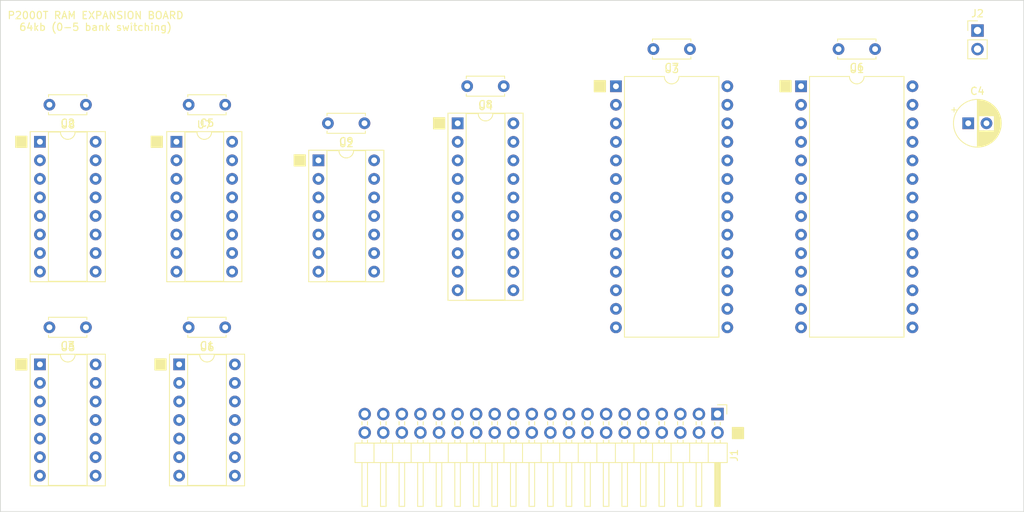
<source format=kicad_pcb>
(kicad_pcb (version 20211014) (generator pcbnew)
  (layers (0 "F.Cu" signal) (31 "B.Cu" signal) (34 "B.Paste" user) (35 "F.Paste" user) (36 "B.SilkS" user "B.Silkscreen") (37 "F.SilkS" user "F.Silkscreen") (38 "B.Mask" user) (39 "F.Mask" user) (44 "Edge.Cuts" user))
  (net 0 "")
  (net 1 "A14_1")
  (net 3 "D0")
  (net 4 "D1")
  (net 5 "D2")
  (net 6 "D3")
  (net 7 "D4")
  (net 8 "D5")
  (net 9 "D6")
  (net 10 "D7")
  (net 11 "A0")
  (net 12 "A1")
  (net 13 "A2")
  (net 14 "A3")
  (net 15 "A4")
  (net 16 "A5")
  (net 17 "A6")
  (net 18 "A7")
  (net 19 "A8")
  (net 20 "A9")
  (net 21 "A10")
  (net 22 "A11")
  (net 23 "A12")
  (net 24 "A13")
  (net 25 "A14")
  (net 26 "RAMS2")
  (net 27 "~{MRQ}")
  (net 28 "~{RD}")
  (net 30 "~{WR}")
  (net 31 "~{IORQ}")
  (net 34 "~{RES}")
  (net 41 "A13_1")
  (net 42 "A14_2")
  (net 43 "~{CS2}")
  (net 44 "GND")
  (net 45 "A13_2")
  (net 46 "S1")
  (net 47 "Net-(U4-Pad19)")
  (net 48 "S2")
  (net 50 "+5V")
  (net 51 "WR")
  (net 52 "RES")
  (net 53 "Net-(U2-Pad12)")
  (net 54 "~{CS1}")
  (net 55 "~{REN}")
  (net 56 "Net-(U6-Pad8)")
  (net 57 "Net-(U5-Pad3)")
  (net 58 "Net-(U5-Pad6)")
  (net 59 "Net-(U5-Pad8)")
  (net 60 "Net-(U5-Pad11)")
  (net 61 "Net-(U5-Pad12)")
  (net 62 "S0")
  (footprint "Capacitor_THT:C_Disc_D5.0mm_W2.5mm_P5.00mm" (layer "F.Cu") (at 50.76 64.77 180)
    (fp_text reference "C1" (at 2.5 -2.5) (layer "F.SilkS"))
    (fp_text value "0.1uF")
    (pad "1" thru_hole circle (at 0 0 180) (size 1.6 1.6) (drill 0.8) (layers *.Cu *.Mask) (net 50 "+5V"))
    (pad "2" thru_hole circle (at 5 0 180) (size 1.6 1.6) (drill 0.8) (layers *.Cu *.Mask) (net 44 "GND"))
  )
  (footprint "Package_DIP:DIP-20_W7.62mm_Socket" (layer "F.Cu") (at 82.56 36.835)
    (fp_text reference "U4" (at 3.81 -2.33) (layer "F.SilkS"))
    (fp_text value "74HC688")
    (pad "1" thru_hole rect (at 0 0) (size 1.6 1.6) (drill 0.8) (layers *.Cu *.Mask) (net 44 "GND"))
    (pad "2" thru_hole oval (at 0 2.54) (size 1.6 1.6) (drill 0.8) (layers *.Cu *.Mask) (net 11 "A0"))
    (pad "3" thru_hole oval (at 0 5.08) (size 1.6 1.6) (drill 0.8) (layers *.Cu *.Mask) (net 44 "GND"))
    (pad "4" thru_hole oval (at 0 7.62) (size 1.6 1.6) (drill 0.8) (layers *.Cu *.Mask) (net 12 "A1"))
    (pad "5" thru_hole oval (at 0 10.16) (size 1.6 1.6) (drill 0.8) (layers *.Cu *.Mask) (net 44 "GND"))
    (pad "6" thru_hole oval (at 0 12.7) (size 1.6 1.6) (drill 0.8) (layers *.Cu *.Mask) (net 13 "A2"))
    (pad "7" thru_hole oval (at 0 15.24) (size 1.6 1.6) (drill 0.8) (layers *.Cu *.Mask) (net 50 "+5V"))
    (pad "8" thru_hole oval (at 0 17.78) (size 1.6 1.6) (drill 0.8) (layers *.Cu *.Mask) (net 14 "A3"))
    (pad "9" thru_hole oval (at 0 20.32) (size 1.6 1.6) (drill 0.8) (layers *.Cu *.Mask) (net 44 "GND"))
    (pad "10" thru_hole oval (at 0 22.86) (size 1.6 1.6) (drill 0.8) (layers *.Cu *.Mask) (net 44 "GND"))
    (pad "11" thru_hole oval (at 7.62 22.86) (size 1.6 1.6) (drill 0.8) (layers *.Cu *.Mask) (net 15 "A4"))
    (pad "12" thru_hole oval (at 7.62 20.32) (size 1.6 1.6) (drill 0.8) (layers *.Cu *.Mask) (net 50 "+5V"))
    (pad "13" thru_hole oval (at 7.62 17.78) (size 1.6 1.6) (drill 0.8) (layers *.Cu *.Mask) (net 16 "A5"))
    (pad "14" thru_hole oval (at 7.62 15.24) (size 1.6 1.6) (drill 0.8) (layers *.Cu *.Mask) (net 44 "GND"))
    (pad "15" thru_hole oval (at 7.62 12.7) (size 1.6 1.6) (drill 0.8) (layers *.Cu *.Mask) (net 17 "A6"))
    (pad "16" thru_hole oval (at 7.62 10.16) (size 1.6 1.6) (drill 0.8) (layers *.Cu *.Mask) (net 44 "GND"))
    (pad "17" thru_hole oval (at 7.62 7.62) (size 1.6 1.6) (drill 0.8) (layers *.Cu *.Mask) (net 18 "A7"))
    (pad "18" thru_hole oval (at 7.62 5.08) (size 1.6 1.6) (drill 0.8) (layers *.Cu *.Mask) (net 50 "+5V"))
    (pad "19" thru_hole oval (at 7.62 2.54) (size 1.6 1.6) (drill 0.8) (layers *.Cu *.Mask) (net 47 "Net-(U4-Pad19)"))
    (pad "20" thru_hole oval (at 7.62 0) (size 1.6 1.6) (drill 0.8) (layers *.Cu *.Mask) (net 50 "+5V"))
  )
  (footprint "Capacitor_THT:C_Disc_D5.0mm_W2.5mm_P5.00mm" (layer "F.Cu") (at 69.81 36.83 180)
    (fp_text reference "C9" (at 2.5 -2.5) (layer "F.SilkS"))
    (fp_text value "0.1uF")
    (pad "1" thru_hole circle (at 0 0 180) (size 1.6 1.6) (drill 0.8) (layers *.Cu *.Mask) (net 50 "+5V"))
    (pad "2" thru_hole circle (at 5 0 180) (size 1.6 1.6) (drill 0.8) (layers *.Cu *.Mask) (net 44 "GND"))
  )
  (footprint "Capacitor_THT:C_Disc_D5.0mm_W2.5mm_P5.00mm" (layer "F.Cu") (at 50.76 34.29 180)
    (fp_text reference "C5" (at 2.5 -2.5) (layer "F.SilkS"))
    (fp_text value "0.1uF")
    (pad "1" thru_hole circle (at 0 0 180) (size 1.6 1.6) (drill 0.8) (layers *.Cu *.Mask) (net 50 "+5V"))
    (pad "2" thru_hole circle (at 5 0 180) (size 1.6 1.6) (drill 0.8) (layers *.Cu *.Mask) (net 44 "GND"))
  )
  (footprint "Capacitor_THT:C_Disc_D5.0mm_W2.5mm_P5.00mm" (layer "F.Cu") (at 139.66 26.67 180)
    (fp_text reference "C6" (at 2.5 -2.5) (layer "F.SilkS"))
    (fp_text value "0.1uF")
    (pad "1" thru_hole circle (at 0 0 180) (size 1.6 1.6) (drill 0.8) (layers *.Cu *.Mask) (net 50 "+5V"))
    (pad "2" thru_hole circle (at 5 0 180) (size 1.6 1.6) (drill 0.8) (layers *.Cu *.Mask) (net 44 "GND"))
  )
  (footprint "Capacitor_THT:C_Disc_D5.0mm_W2.5mm_P5.00mm" (layer "F.Cu") (at 114.334 26.67 180)
    (fp_text reference "C7" (at 2.5 -2.5) (layer "F.SilkS"))
    (fp_text value "0.1uF")
    (pad "1" thru_hole circle (at 0 0 180) (size 1.6 1.6) (drill 0.8) (layers *.Cu *.Mask) (net 50 "+5V"))
    (pad "2" thru_hole circle (at 5 0 180) (size 1.6 1.6) (drill 0.8) (layers *.Cu *.Mask) (net 44 "GND"))
  )
  (footprint "Package_DIP:DIP-16_W7.62mm_Socket" (layer "F.Cu") (at 25.41 39.36)
    (fp_text reference "U8" (at 3.81 -2.33) (layer "F.SilkS"))
    (fp_text value "74LHC157")
    (pad "1" thru_hole rect (at 0 0) (size 1.6 1.6) (drill 0.8) (layers *.Cu *.Mask) (net 25 "A14"))
    (pad "2" thru_hole oval (at 0 2.54) (size 1.6 1.6) (drill 0.8) (layers *.Cu *.Mask) (net 24 "A13"))
    (pad "3" thru_hole oval (at 0 5.08) (size 1.6 1.6) (drill 0.8) (layers *.Cu *.Mask) (net 62 "S0"))
    (pad "4" thru_hole oval (at 0 7.62) (size 1.6 1.6) (drill 0.8) (layers *.Cu *.Mask) (net 41 "A13_1"))
    (pad "5" thru_hole oval (at 0 10.16) (size 1.6 1.6) (drill 0.8) (layers *.Cu *.Mask) (net 44 "GND"))
    (pad "6" thru_hole oval (at 0 12.7) (size 1.6 1.6) (drill 0.8) (layers *.Cu *.Mask) (net 50 "+5V"))
    (pad "7" thru_hole oval (at 0 15.24) (size 1.6 1.6) (drill 0.8) (layers *.Cu *.Mask) (net 1 "A14_1"))
    (pad "8" thru_hole oval (at 0 17.78) (size 1.6 1.6) (drill 0.8) (layers *.Cu *.Mask) (net 44 "GND"))
    (pad "9" thru_hole oval (at 7.62 17.78) (size 1.6 1.6) (drill 0.8) (layers *.Cu *.Mask) (net 45 "A13_2"))
    (pad "10" thru_hole oval (at 7.62 15.24) (size 1.6 1.6) (drill 0.8) (layers *.Cu *.Mask) (net 62 "S0"))
    (pad "11" thru_hole oval (at 7.62 12.7) (size 1.6 1.6) (drill 0.8) (layers *.Cu *.Mask) (net 62 "S0"))
    (pad "12" thru_hole oval (at 7.62 10.16) (size 1.6 1.6) (drill 0.8) (layers *.Cu *.Mask) (net 42 "A14_2"))
    (pad "13" thru_hole oval (at 7.62 7.62) (size 1.6 1.6) (drill 0.8) (layers *.Cu *.Mask) (net 48 "S2"))
    (pad "14" thru_hole oval (at 7.62 5.08) (size 1.6 1.6) (drill 0.8) (layers *.Cu *.Mask) (net 48 "S2"))
    (pad "15" thru_hole oval (at 7.62 2.54) (size 1.6 1.6) (drill 0.8) (layers *.Cu *.Mask) (net 44 "GND"))
    (pad "16" thru_hole oval (at 7.62 0) (size 1.6 1.6) (drill 0.8) (layers *.Cu *.Mask) (net 50 "+5V"))
  )
  (footprint "Capacitor_THT:CP_Radial_D6.3mm_P2.50mm" (layer "F.Cu") (at 152.4 36.83)
    (fp_text reference "C4" (at 1.25 -4.4) (layer "F.SilkS"))
    (fp_text value "220uF")
    (pad "1" thru_hole rect (at 0 0) (size 1.6 1.6) (drill 0.8) (layers *.Cu *.Mask) (net 50 "+5V"))
    (pad "2" thru_hole circle (at 2.5 0) (size 1.6 1.6) (drill 0.8) (layers *.Cu *.Mask) (net 44 "GND"))
  )
  (footprint "Capacitor_THT:C_Disc_D5.0mm_W2.5mm_P5.00mm" (layer "F.Cu") (at 31.71 64.77 180)
    (fp_text reference "C3" (at 2.5 -2.5) (layer "F.SilkS"))
    (fp_text value "0.1uF")
    (pad "1" thru_hole circle (at 0 0 180) (size 1.6 1.6) (drill 0.8) (layers *.Cu *.Mask) (net 50 "+5V"))
    (pad "2" thru_hole circle (at 5 0 180) (size 1.6 1.6) (drill 0.8) (layers *.Cu *.Mask) (net 44 "GND"))
  )
  (footprint "Capacitor_THT:C_Disc_D5.0mm_W2.5mm_P5.00mm" (layer "F.Cu") (at 31.71 34.29 180)
    (fp_text reference "C2" (at 2.5 -2.5) (layer "F.SilkS"))
    (fp_text value "0.1uF")
    (pad "1" thru_hole circle (at 0 0 180) (size 1.6 1.6) (drill 0.8) (layers *.Cu *.Mask) (net 50 "+5V"))
    (pad "2" thru_hole circle (at 5 0 180) (size 1.6 1.6) (drill 0.8) (layers *.Cu *.Mask) (net 44 "GND"))
  )
  (footprint "Package_DIP:DIP-28_W15.24mm" (layer "F.Cu") (at 104.209 31.76)
    (fp_text reference "U3" (at 7.62 -2.33) (layer "F.SilkS"))
    (fp_text value "CY62256-70PC")
    (pad "1" thru_hole rect (at 0 0) (size 1.6 1.6) (drill 0.8) (layers *.Cu *.Mask) (net 42 "A14_2"))
    (pad "2" thru_hole oval (at 0 2.54) (size 1.6 1.6) (drill 0.8) (layers *.Cu *.Mask) (net 23 "A12"))
    (pad "3" thru_hole oval (at 0 5.08) (size 1.6 1.6) (drill 0.8) (layers *.Cu *.Mask) (net 18 "A7"))
    (pad "4" thru_hole oval (at 0 7.62) (size 1.6 1.6) (drill 0.8) (layers *.Cu *.Mask) (net 17 "A6"))
    (pad "5" thru_hole oval (at 0 10.16) (size 1.6 1.6) (drill 0.8) (layers *.Cu *.Mask) (net 16 "A5"))
    (pad "6" thru_hole oval (at 0 12.7) (size 1.6 1.6) (drill 0.8) (layers *.Cu *.Mask) (net 15 "A4"))
    (pad "7" thru_hole oval (at 0 15.24) (size 1.6 1.6) (drill 0.8) (layers *.Cu *.Mask) (net 14 "A3"))
    (pad "8" thru_hole oval (at 0 17.78) (size 1.6 1.6) (drill 0.8) (layers *.Cu *.Mask) (net 13 "A2"))
    (pad "9" thru_hole oval (at 0 20.32) (size 1.6 1.6) (drill 0.8) (layers *.Cu *.Mask) (net 12 "A1"))
    (pad "10" thru_hole oval (at 0 22.86) (size 1.6 1.6) (drill 0.8) (layers *.Cu *.Mask) (net 11 "A0"))
    (pad "11" thru_hole oval (at 0 25.4) (size 1.6 1.6) (drill 0.8) (layers *.Cu *.Mask) (net 3 "D0"))
    (pad "12" thru_hole oval (at 0 27.94) (size 1.6 1.6) (drill 0.8) (layers *.Cu *.Mask) (net 4 "D1"))
    (pad "13" thru_hole oval (at 0 30.48) (size 1.6 1.6) (drill 0.8) (layers *.Cu *.Mask) (net 5 "D2"))
    (pad "14" thru_hole oval (at 0 33.02) (size 1.6 1.6) (drill 0.8) (layers *.Cu *.Mask) (net 44 "GND"))
    (pad "15" thru_hole oval (at 15.24 33.02) (size 1.6 1.6) (drill 0.8) (layers *.Cu *.Mask) (net 6 "D3"))
    (pad "16" thru_hole oval (at 15.24 30.48) (size 1.6 1.6) (drill 0.8) (layers *.Cu *.Mask) (net 7 "D4"))
    (pad "17" thru_hole oval (at 15.24 27.94) (size 1.6 1.6) (drill 0.8) (layers *.Cu *.Mask) (net 8 "D5"))
    (pad "18" thru_hole oval (at 15.24 25.4) (size 1.6 1.6) (drill 0.8) (layers *.Cu *.Mask) (net 9 "D6"))
    (pad "19" thru_hole oval (at 15.24 22.86) (size 1.6 1.6) (drill 0.8) (layers *.Cu *.Mask) (net 10 "D7"))
    (pad "20" thru_hole oval (at 15.24 20.32) (size 1.6 1.6) (drill 0.8) (layers *.Cu *.Mask) (net 43 "~{CS2}"))
    (pad "21" thru_hole oval (at 15.24 17.78) (size 1.6 1.6) (drill 0.8) (layers *.Cu *.Mask) (net 21 "A10"))
    (pad "22" thru_hole oval (at 15.24 15.24) (size 1.6 1.6) (drill 0.8) (layers *.Cu *.Mask) (net 28 "~{RD}"))
    (pad "23" thru_hole oval (at 15.24 12.7) (size 1.6 1.6) (drill 0.8) (layers *.Cu *.Mask) (net 22 "A11"))
    (pad "24" thru_hole oval (at 15.24 10.16) (size 1.6 1.6) (drill 0.8) (layers *.Cu *.Mask) (net 20 "A9"))
    (pad "25" thru_hole oval (at 15.24 7.62) (size 1.6 1.6) (drill 0.8) (layers *.Cu *.Mask) (net 19 "A8"))
    (pad "26" thru_hole oval (at 15.24 5.08) (size 1.6 1.6) (drill 0.8) (layers *.Cu *.Mask) (net 45 "A13_2"))
    (pad "27" thru_hole oval (at 15.24 2.54) (size 1.6 1.6) (drill 0.8) (layers *.Cu *.Mask) (net 30 "~{WR}"))
    (pad "28" thru_hole oval (at 15.24 0) (size 1.6 1.6) (drill 0.8) (layers *.Cu *.Mask) (net 50 "+5V"))
  )
  (footprint "Connector_PinHeader_2.54mm:PinHeader_1x02_P2.54mm_Vertical" (layer "F.Cu") (at 153.67 24.13)
    (fp_text reference "J2" (at 0 -2.33) (layer "F.SilkS"))
    (fp_text value "POWER")
    (pad "1" thru_hole rect (at 0 0) (size 1.7 1.7) (drill 1) (layers *.Cu *.Mask) (net 44 "GND"))
    (pad "2" thru_hole oval (at 0 2.54) (size 1.7 1.7) (drill 1) (layers *.Cu *.Mask) (net 50 "+5V"))
  )
  (footprint "Package_DIP:DIP-14_W7.62mm_Socket" (layer "F.Cu") (at 44.46 69.845)
    (fp_text reference "U6" (at 3.81 -2.33) (layer "F.SilkS"))
    (fp_text value "74HC32")
    (pad "1" thru_hole rect (at 0 0) (size 1.6 1.6) (drill 0.8) (layers *.Cu *.Mask) (net 57 "Net-(U5-Pad3)"))
    (pad "2" thru_hole oval (at 0 2.54) (size 1.6 1.6) (drill 0.8) (layers *.Cu *.Mask) (net 55 "~{REN}"))
    (pad "3" thru_hole oval (at 0 5.08) (size 1.6 1.6) (drill 0.8) (layers *.Cu *.Mask) (net 43 "~{CS2}"))
    (pad "4" thru_hole oval (at 0 7.62) (size 1.6 1.6) (drill 0.8) (layers *.Cu *.Mask) (net 58 "Net-(U5-Pad6)"))
    (pad "5" thru_hole oval (at 0 10.16) (size 1.6 1.6) (drill 0.8) (layers *.Cu *.Mask) (net 59 "Net-(U5-Pad8)"))
    (pad "6" thru_hole oval (at 0 12.7) (size 1.6 1.6) (drill 0.8) (layers *.Cu *.Mask) (net 61 "Net-(U5-Pad12)"))
    (pad "7" thru_hole oval (at 0 15.24) (size 1.6 1.6) (drill 0.8) (layers *.Cu *.Mask) (net 44 "GND"))
    (pad "8" thru_hole oval (at 7.62 15.24) (size 1.6 1.6) (drill 0.8) (layers *.Cu *.Mask) (net 56 "Net-(U6-Pad8)"))
    (pad "9" thru_hole oval (at 7.62 12.7) (size 1.6 1.6) (drill 0.8) (layers *.Cu *.Mask) (net 46 "S1"))
    (pad "10" thru_hole oval (at 7.62 10.16) (size 1.6 1.6) (drill 0.8) (layers *.Cu *.Mask) (net 48 "S2"))
    (pad "11" thru_hole oval (at 7.62 7.62) (size 1.6 1.6) (drill 0.8) (layers *.Cu *.Mask) (net 54 "~{CS1}"))
    (pad "12" thru_hole oval (at 7.62 5.08) (size 1.6 1.6) (drill 0.8) (layers *.Cu *.Mask) (net 60 "Net-(U5-Pad11)"))
    (pad "13" thru_hole oval (at 7.62 2.54) (size 1.6 1.6) (drill 0.8) (layers *.Cu *.Mask) (net 55 "~{REN}"))
    (pad "14" thru_hole oval (at 7.62 0) (size 1.6 1.6) (drill 0.8) (layers *.Cu *.Mask) (net 50 "+5V"))
  )
  (footprint "Package_DIP:DIP-14_W7.62mm_Socket" (layer "F.Cu") (at 63.51 41.905)
    (fp_text reference "U2" (at 3.81 -2.33) (layer "F.SilkS"))
    (fp_text value "74HC00")
    (pad "1" thru_hole rect (at 0 0) (size 1.6 1.6) (drill 0.8) (layers *.Cu *.Mask) (net 34 "~{RES}"))
    (pad "2" thru_hole oval (at 0 2.54) (size 1.6 1.6) (drill 0.8) (layers *.Cu *.Mask) (net 34 "~{RES}"))
    (pad "3" thru_hole oval (at 0 5.08) (size 1.6 1.6) (drill 0.8) (layers *.Cu *.Mask) (net 52 "RES"))
    (pad "4" thru_hole oval (at 0 7.62) (size 1.6 1.6) (drill 0.8) (layers *.Cu *.Mask) (net 30 "~{WR}"))
    (pad "5" thru_hole oval (at 0 10.16) (size 1.6 1.6) (drill 0.8) (layers *.Cu *.Mask) (net 30 "~{WR}"))
    (pad "6" thru_hole oval (at 0 12.7) (size 1.6 1.6) (drill 0.8) (layers *.Cu *.Mask) (net 51 "WR"))
    (pad "7" thru_hole oval (at 0 15.24) (size 1.6 1.6) (drill 0.8) (layers *.Cu *.Mask) (net 44 "GND"))
    (pad "8" thru_hole oval (at 7.62 15.24) (size 1.6 1.6) (drill 0.8) (layers *.Cu *.Mask) (net 53 "Net-(U2-Pad12)"))
    (pad "9" thru_hole oval (at 7.62 12.7) (size 1.6 1.6) (drill 0.8) (layers *.Cu *.Mask) (net 27 "~{MRQ}"))
    (pad "10" thru_hole oval (at 7.62 10.16) (size 1.6 1.6) (drill 0.8) (layers *.Cu *.Mask) (net 27 "~{MRQ}"))
    (pad "11" thru_hole oval (at 7.62 7.62) (size 1.6 1.6) (drill 0.8) (layers *.Cu *.Mask) (net 55 "~{REN}"))
    (pad "12" thru_hole oval (at 7.62 5.08) (size 1.6 1.6) (drill 0.8) (layers *.Cu *.Mask) (net 53 "Net-(U2-Pad12)"))
    (pad "13" thru_hole oval (at 7.62 2.54) (size 1.6 1.6) (drill 0.8) (layers *.Cu *.Mask) (net 26 "RAMS2"))
    (pad "14" thru_hole oval (at 7.62 0) (size 1.6 1.6) (drill 0.8) (layers *.Cu *.Mask) (net 50 "+5V"))
  )
  (footprint "Connector_PinHeader_2.54mm:PinHeader_2x20_P2.54mm_Horizontal" (layer "F.Cu") (at 118.105 76.646 -90)
    (fp_text reference "J1" (at 5.655 -2.27 90) (layer "F.SilkS"))
    (fp_text value "EXPANSION BOARD")
    (pad "1" thru_hole rect (at 0 0 270) (size 1.7 1.7) (drill 1) (layers *.Cu *.Mask))
    (pad "2" thru_hole oval (at 2.54 0 270) (size 1.7 1.7) (drill 1) (layers *.Cu *.Mask) (net 44 "GND"))
    (pad "3" thru_hole oval (at 0 2.54 270) (size 1.7 1.7) (drill 1) (layers *.Cu *.Mask) (net 4 "D1"))
    (pad "4" thru_hole oval (at 2.54 2.54 270) (size 1.7 1.7) (drill 1) (layers *.Cu *.Mask) (net 3 "D0"))
    (pad "5" thru_hole oval (at 0 5.08 270) (size 1.7 1.7) (drill 1) (layers *.Cu *.Mask) (net 6 "D3"))
    (pad "6" thru_hole oval (at 2.54 5.08 270) (size 1.7 1.7) (drill 1) (layers *.Cu *.Mask) (net 5 "D2"))
    (pad "7" thru_hole oval (at 0 7.62 270) (size 1.7 1.7) (drill 1) (layers *.Cu *.Mask) (net 8 "D5"))
    (pad "8" thru_hole oval (at 2.54 7.62 270) (size 1.7 1.7) (drill 1) (layers *.Cu *.Mask) (net 7 "D4"))
    (pad "9" thru_hole oval (at 0 10.16 270) (size 1.7 1.7) (drill 1) (layers *.Cu *.Mask) (net 10 "D7"))
    (pad "10" thru_hole oval (at 2.54 10.16 270) (size 1.7 1.7) (drill 1) (layers *.Cu *.Mask) (net 9 "D6"))
    (pad "11" thru_hole oval (at 0 12.7 270) (size 1.7 1.7) (drill 1) (layers *.Cu *.Mask) (net 12 "A1"))
    (pad "12" thru_hole oval (at 2.54 12.7 270) (size 1.7 1.7) (drill 1) (layers *.Cu *.Mask) (net 11 "A0"))
    (pad "13" thru_hole oval (at 0 15.24 270) (size 1.7 1.7) (drill 1) (layers *.Cu *.Mask) (net 14 "A3"))
    (pad "14" thru_hole oval (at 2.54 15.24 270) (size 1.7 1.7) (drill 1) (layers *.Cu *.Mask) (net 13 "A2"))
    (pad "15" thru_hole oval (at 0 17.78 270) (size 1.7 1.7) (drill 1) (layers *.Cu *.Mask) (net 16 "A5"))
    (pad "16" thru_hole oval (at 2.54 17.78 270) (size 1.7 1.7) (drill 1) (layers *.Cu *.Mask) (net 15 "A4"))
    (pad "17" thru_hole oval (at 0 20.32 270) (size 1.7 1.7) (drill 1) (layers *.Cu *.Mask) (net 18 "A7"))
    (pad "18" thru_hole oval (at 2.54 20.32 270) (size 1.7 1.7) (drill 1) (layers *.Cu *.Mask) (net 17 "A6"))
    (pad "19" thru_hole oval (at 0 22.86 270) (size 1.7 1.7) (drill 1) (layers *.Cu *.Mask) (net 20 "A9"))
    (pad "20" thru_hole oval (at 2.54 22.86 270) (size 1.7 1.7) (drill 1) (layers *.Cu *.Mask) (net 19 "A8"))
    (pad "21" thru_hole oval (at 0 25.4 270) (size 1.7 1.7) (drill 1) (layers *.Cu *.Mask) (net 22 "A11"))
    (pad "22" thru_hole oval (at 2.54 25.4 270) (size 1.7 1.7) (drill 1) (layers *.Cu *.Mask) (net 21 "A10"))
    (pad "23" thru_hole oval (at 0 27.94 270) (size 1.7 1.7) (drill 1) (layers *.Cu *.Mask) (net 24 "A13"))
    (pad "24" thru_hole oval (at 2.54 27.94 270) (size 1.7 1.7) (drill 1) (layers *.Cu *.Mask) (net 23 "A12"))
    (pad "25" thru_hole oval (at 0 30.48 270) (size 1.7 1.7) (drill 1) (layers *.Cu *.Mask) (net 26 "RAMS2"))
    (pad "26" thru_hole oval (at 2.54 30.48 270) (size 1.7 1.7) (drill 1) (layers *.Cu *.Mask) (net 25 "A14"))
    (pad "27" thru_hole oval (at 0 33.02 270) (size 1.7 1.7) (drill 1) (layers *.Cu *.Mask) (net 28 "~{RD}"))
    (pad "28" thru_hole oval (at 2.54 33.02 270) (size 1.7 1.7) (drill 1) (layers *.Cu *.Mask) (net 27 "~{MRQ}"))
    (pad "29" thru_hole oval (at 0 35.56 270) (size 1.7 1.7) (drill 1) (layers *.Cu *.Mask) (net 30 "~{WR}"))
    (pad "30" thru_hole oval (at 2.54 35.56 270) (size 1.7 1.7) (drill 1) (layers *.Cu *.Mask))
    (pad "31" thru_hole oval (at 0 38.1 270) (size 1.7 1.7) (drill 1) (layers *.Cu *.Mask))
    (pad "32" thru_hole oval (at 2.54 38.1 270) (size 1.7 1.7) (drill 1) (layers *.Cu *.Mask) (net 31 "~{IORQ}"))
    (pad "33" thru_hole oval (at 0 40.64 270) (size 1.7 1.7) (drill 1) (layers *.Cu *.Mask) (net 34 "~{RES}"))
    (pad "34" thru_hole oval (at 2.54 40.64 270) (size 1.7 1.7) (drill 1) (layers *.Cu *.Mask))
    (pad "35" thru_hole oval (at 0 43.18 270) (size 1.7 1.7) (drill 1) (layers *.Cu *.Mask))
    (pad "36" thru_hole oval (at 2.54 43.18 270) (size 1.7 1.7) (drill 1) (layers *.Cu *.Mask))
    (pad "37" thru_hole oval (at 0 45.72 270) (size 1.7 1.7) (drill 1) (layers *.Cu *.Mask))
    (pad "38" thru_hole oval (at 2.54 45.72 270) (size 1.7 1.7) (drill 1) (layers *.Cu *.Mask))
    (pad "39" thru_hole oval (at 0 48.26 270) (size 1.7 1.7) (drill 1) (layers *.Cu *.Mask))
    (pad "40" thru_hole oval (at 2.54 48.26 270) (size 1.7 1.7) (drill 1) (layers *.Cu *.Mask))
  )
  (footprint "Package_DIP:DIP-16_W7.62mm_Socket" (layer "F.Cu") (at 44.086 39.36)
    (fp_text reference "U7" (at 3.81 -2.33) (layer "F.SilkS"))
    (fp_text value "74HC173")
    (pad "1" thru_hole rect (at 0 0) (size 1.6 1.6) (drill 0.8) (layers *.Cu *.Mask) (net 44 "GND"))
    (pad "2" thru_hole oval (at 0 2.54) (size 1.6 1.6) (drill 0.8) (layers *.Cu *.Mask) (net 44 "GND"))
    (pad "3" thru_hole oval (at 0 5.08) (size 1.6 1.6) (drill 0.8) (layers *.Cu *.Mask) (net 62 "S0"))
    (pad "4" thru_hole oval (at 0 7.62) (size 1.6 1.6) (drill 0.8) (layers *.Cu *.Mask) (net 46 "S1"))
    (pad "5" thru_hole oval (at 0 10.16) (size 1.6 1.6) (drill 0.8) (layers *.Cu *.Mask) (net 48 "S2"))
    (pad "6" thru_hole oval (at 0 12.7) (size 1.6 1.6) (drill 0.8) (layers *.Cu *.Mask))
    (pad "7" thru_hole oval (at 0 15.24) (size 1.6 1.6) (drill 0.8) (layers *.Cu *.Mask) (net 51 "WR"))
    (pad "8" thru_hole oval (at 0 17.78) (size 1.6 1.6) (drill 0.8) (layers *.Cu *.Mask) (net 44 "GND"))
    (pad "9" thru_hole oval (at 7.62 17.78) (size 1.6 1.6) (drill 0.8) (layers *.Cu *.Mask) (net 47 "Net-(U4-Pad19)"))
    (pad "10" thru_hole oval (at 7.62 15.24) (size 1.6 1.6) (drill 0.8) (layers *.Cu *.Mask) (net 31 "~{IORQ}"))
    (pad "11" thru_hole oval (at 7.62 12.7) (size 1.6 1.6) (drill 0.8) (layers *.Cu *.Mask) (net 6 "D3"))
    (pad "12" thru_hole oval (at 7.62 10.16) (size 1.6 1.6) (drill 0.8) (layers *.Cu *.Mask) (net 5 "D2"))
    (pad "13" thru_hole oval (at 7.62 7.62) (size 1.6 1.6) (drill 0.8) (layers *.Cu *.Mask) (net 4 "D1"))
    (pad "14" thru_hole oval (at 7.62 5.08) (size 1.6 1.6) (drill 0.8) (layers *.Cu *.Mask) (net 3 "D0"))
    (pad "15" thru_hole oval (at 7.62 2.54) (size 1.6 1.6) (drill 0.8) (layers *.Cu *.Mask) (net 52 "RES"))
    (pad "16" thru_hole oval (at 7.62 0) (size 1.6 1.6) (drill 0.8) (layers *.Cu *.Mask) (net 50 "+5V"))
  )
  (footprint "Capacitor_THT:C_Disc_D5.0mm_W2.5mm_P5.00mm" (layer "F.Cu") (at 88.86 31.75 180)
    (fp_text reference "C8" (at 2.5 -2.5) (layer "F.SilkS"))
    (fp_text value "0.1uF")
    (pad "1" thru_hole circle (at 0 0 180) (size 1.6 1.6) (drill 0.8) (layers *.Cu *.Mask) (net 50 "+5V"))
    (pad "2" thru_hole circle (at 5 0 180) (size 1.6 1.6) (drill 0.8) (layers *.Cu *.Mask) (net 44 "GND"))
  )
  (footprint "Package_DIP:DIP-28_W15.24mm" (layer "F.Cu") (at 129.535 31.76)
    (fp_text reference "U1" (at 7.62 -2.33) (layer "F.SilkS"))
    (fp_text value "CY62256-70PC")
    (pad "1" thru_hole rect (at 0 0) (size 1.6 1.6) (drill 0.8) (layers *.Cu *.Mask) (net 1 "A14_1"))
    (pad "2" thru_hole oval (at 0 2.54) (size 1.6 1.6) (drill 0.8) (layers *.Cu *.Mask) (net 23 "A12"))
    (pad "3" thru_hole oval (at 0 5.08) (size 1.6 1.6) (drill 0.8) (layers *.Cu *.Mask) (net 18 "A7"))
    (pad "4" thru_hole oval (at 0 7.62) (size 1.6 1.6) (drill 0.8) (layers *.Cu *.Mask) (net 17 "A6"))
    (pad "5" thru_hole oval (at 0 10.16) (size 1.6 1.6) (drill 0.8) (layers *.Cu *.Mask) (net 16 "A5"))
    (pad "6" thru_hole oval (at 0 12.7) (size 1.6 1.6) (drill 0.8) (layers *.Cu *.Mask) (net 15 "A4"))
    (pad "7" thru_hole oval (at 0 15.24) (size 1.6 1.6) (drill 0.8) (layers *.Cu *.Mask) (net 14 "A3"))
    (pad "8" thru_hole oval (at 0 17.78) (size 1.6 1.6) (drill 0.8) (layers *.Cu *.Mask) (net 13 "A2"))
    (pad "9" thru_hole oval (at 0 20.32) (size 1.6 1.6) (drill 0.8) (layers *.Cu *.Mask) (net 12 "A1"))
    (pad "10" thru_hole oval (at 0 22.86) (size 1.6 1.6) (drill 0.8) (layers *.Cu *.Mask) (net 11 "A0"))
    (pad "11" thru_hole oval (at 0 25.4) (size 1.6 1.6) (drill 0.8) (layers *.Cu *.Mask) (net 3 "D0"))
    (pad "12" thru_hole oval (at 0 27.94) (size 1.6 1.6) (drill 0.8) (layers *.Cu *.Mask) (net 4 "D1"))
    (pad "13" thru_hole oval (at 0 30.48) (size 1.6 1.6) (drill 0.8) (layers *.Cu *.Mask) (net 5 "D2"))
    (pad "14" thru_hole oval (at 0 33.02) (size 1.6 1.6) (drill 0.8) (layers *.Cu *.Mask) (net 44 "GND"))
    (pad "15" thru_hole oval (at 15.24 33.02) (size 1.6 1.6) (drill 0.8) (layers *.Cu *.Mask) (net 6 "D3"))
    (pad "16" thru_hole oval (at 15.24 30.48) (size 1.6 1.6) (drill 0.8) (layers *.Cu *.Mask) (net 7 "D4"))
    (pad "17" thru_hole oval (at 15.24 27.94) (size 1.6 1.6) (drill 0.8) (layers *.Cu *.Mask) (net 8 "D5"))
    (pad "18" thru_hole oval (at 15.24 25.4) (size 1.6 1.6) (drill 0.8) (layers *.Cu *.Mask) (net 9 "D6"))
    (pad "19" thru_hole oval (at 15.24 22.86) (size 1.6 1.6) (drill 0.8) (layers *.Cu *.Mask) (net 10 "D7"))
    (pad "20" thru_hole oval (at 15.24 20.32) (size 1.6 1.6) (drill 0.8) (layers *.Cu *.Mask) (net 54 "~{CS1}"))
    (pad "21" thru_hole oval (at 15.24 17.78) (size 1.6 1.6) (drill 0.8) (layers *.Cu *.Mask) (net 21 "A10"))
    (pad "22" thru_hole oval (at 15.24 15.24) (size 1.6 1.6) (drill 0.8) (layers *.Cu *.Mask) (net 28 "~{RD}"))
    (pad "23" thru_hole oval (at 15.24 12.7) (size 1.6 1.6) (drill 0.8) (layers *.Cu *.Mask) (net 22 "A11"))
    (pad "24" thru_hole oval (at 15.24 10.16) (size 1.6 1.6) (drill 0.8) (layers *.Cu *.Mask) (net 20 "A9"))
    (pad "25" thru_hole oval (at 15.24 7.62) (size 1.6 1.6) (drill 0.8) (layers *.Cu *.Mask) (net 19 "A8"))
    (pad "26" thru_hole oval (at 15.24 5.08) (size 1.6 1.6) (drill 0.8) (layers *.Cu *.Mask) (net 41 "A13_1"))
    (pad "27" thru_hole oval (at 15.24 2.54) (size 1.6 1.6) (drill 0.8) (layers *.Cu *.Mask) (net 30 "~{WR}"))
    (pad "28" thru_hole oval (at 15.24 0) (size 1.6 1.6) (drill 0.8) (layers *.Cu *.Mask) (net 50 "+5V"))
  )
  (footprint "Package_DIP:DIP-14_W7.62mm_Socket" (layer "F.Cu") (at 25.41 69.845)
    (fp_text reference "U5" (at 3.81 -2.33) (layer "F.SilkS"))
    (fp_text value "74HC00")
    (pad "1" thru_hole rect (at 0 0) (size 1.6 1.6) (drill 0.8) (layers *.Cu *.Mask) (net 56 "Net-(U6-Pad8)"))
    (pad "2" thru_hole oval (at 0 2.54) (size 1.6 1.6) (drill 0.8) (layers *.Cu *.Mask) (net 25 "A14"))
    (pad "3" thru_hole oval (at 0 5.08) (size 1.6 1.6) (drill 0.8) (layers *.Cu *.Mask) (net 57 "Net-(U5-Pad3)"))
    (pad "4" thru_hole oval (at 0 7.62) (size 1.6 1.6) (drill 0.8) (layers *.Cu *.Mask) (net 56 "Net-(U6-Pad8)"))
    (pad "5" thru_hole oval (at 0 10.16) (size 1.6 1.6) (drill 0.8) (layers *.Cu *.Mask) (net 56 "Net-(U6-Pad8)"))
    (pad "6" thru_hole oval (at 0 12.7) (size 1.6 1.6) (drill 0.8) (layers *.Cu *.Mask) (net 58 "Net-(U5-Pad6)"))
    (pad "7" thru_hole oval (at 0 15.24) (size 1.6 1.6) (drill 0.8) (layers *.Cu *.Mask) (net 44 "GND"))
    (pad "8" thru_hole oval (at 7.62 15.24) (size 1.6 1.6) (drill 0.8) (layers *.Cu *.Mask) (net 59 "Net-(U5-Pad8)"))
    (pad "9" thru_hole oval (at 7.62 12.7) (size 1.6 1.6) (drill 0.8) (layers *.Cu *.Mask) (net 25 "A14"))
    (pad "10" thru_hole oval (at 7.62 10.16) (size 1.6 1.6) (drill 0.8) (layers *.Cu *.Mask) (net 25 "A14"))
    (pad "11" thru_hole oval (at 7.62 7.62) (size 1.6 1.6) (drill 0.8) (layers *.Cu *.Mask) (net 60 "Net-(U5-Pad11)"))
    (pad "12" thru_hole oval (at 7.62 5.08) (size 1.6 1.6) (drill 0.8) (layers *.Cu *.Mask) (net 61 "Net-(U5-Pad12)"))
    (pad "13" thru_hole oval (at 7.62 2.54) (size 1.6 1.6) (drill 0.8) (layers *.Cu *.Mask) (net 61 "Net-(U5-Pad12)"))
    (pad "14" thru_hole oval (at 7.62 0) (size 1.6 1.6) (drill 0.8) (layers *.Cu *.Mask) (net 50 "+5V"))
  )
  (gr_rect (start 79.258 36.073) (end 80.782 37.597) (layer "F.SilkS") (width 0.15) (fill solid))
  (gr_rect (start 40.64 38.608) (end 42.164 40.132) (layer "F.SilkS") (width 0.15) (fill solid))
  (gr_rect (start 41.148 69.088) (end 42.672 70.612) (layer "F.SilkS") (width 0.15) (fill solid))
  (gr_rect (start 22.098 38.608) (end 23.622 40.132) (layer "F.SilkS") (width 0.15) (fill solid))
  (gr_rect (start 60.198 41.148) (end 61.722 42.672) (layer "F.SilkS") (width 0.15) (fill solid))
  (gr_rect (start 22.098 69.088) (end 23.622 70.612) (layer "F.SilkS") (width 0.15) (fill solid))
  (gr_rect (start 126.649 30.988) (end 128.173 32.512) (layer "F.SilkS") (width 0.15) (fill solid))
  (gr_rect (start 120.142 78.486) (end 121.666 80.01) (layer "F.SilkS") (width 0.15) (fill solid))
  (gr_rect (start 101.249 30.988) (end 102.773 32.512) (layer "F.SilkS") (width 0.15) (fill solid))
  (gr_line (start 160 20) (end 160 90) (layer "Edge.Cuts") (width 0.1))
  (gr_line (start 20 20) (end 160 20) (layer "Edge.Cuts") (width 0.1))
  (gr_line (start 160 90) (end 20 90) (layer "Edge.Cuts") (width 0.1))
  (gr_line (start 20 90) (end 20 20) (layer "Edge.Cuts") (width 0.1))
  (gr_text "P2000T RAM EXPANSION BOARD\n64kb (0-5 bank switching)" (at 33.02 22.86) (layer "F.SilkS") (effects (font (size 1 1))))
)
</source>
